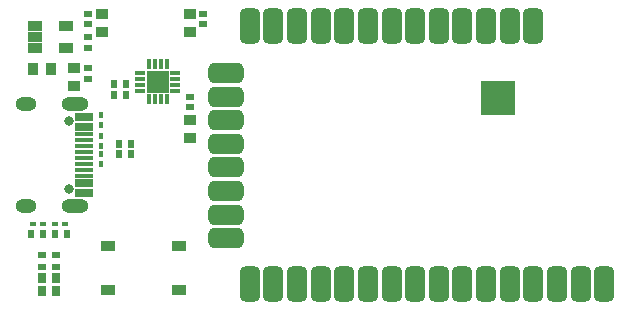
<source format=gts>
G04 Layer_Color=8388736*
%FSAX25Y25*%
%MOIN*%
G70*
G01*
G75*
%ADD45R,0.01968X0.02756*%
%ADD46R,0.04331X0.03543*%
%ADD47R,0.02756X0.02362*%
%ADD48R,0.11811X0.11811*%
G04:AMPARAMS|DCode=49|XSize=118.11mil|YSize=67.72mil|CornerRadius=18.9mil|HoleSize=0mil|Usage=FLASHONLY|Rotation=270.000|XOffset=0mil|YOffset=0mil|HoleType=Round|Shape=RoundedRectangle|*
%AMROUNDEDRECTD49*
21,1,0.11811,0.02992,0,0,270.0*
21,1,0.08031,0.06772,0,0,270.0*
1,1,0.03780,-0.01496,-0.04016*
1,1,0.03780,-0.01496,0.04016*
1,1,0.03780,0.01496,0.04016*
1,1,0.03780,0.01496,-0.04016*
%
%ADD49ROUNDEDRECTD49*%
G04:AMPARAMS|DCode=50|XSize=118.11mil|YSize=67.72mil|CornerRadius=18.9mil|HoleSize=0mil|Usage=FLASHONLY|Rotation=180.000|XOffset=0mil|YOffset=0mil|HoleType=Round|Shape=RoundedRectangle|*
%AMROUNDEDRECTD50*
21,1,0.11811,0.02992,0,0,180.0*
21,1,0.08031,0.06772,0,0,180.0*
1,1,0.03780,-0.04016,0.01496*
1,1,0.03780,0.04016,0.01496*
1,1,0.03780,0.04016,-0.01496*
1,1,0.03780,-0.04016,-0.01496*
%
%ADD50ROUNDEDRECTD50*%
%ADD51R,0.04737X0.03556*%
%ADD52R,0.05905X0.01575*%
%ADD53R,0.05905X0.02756*%
%ADD54R,0.03543X0.04331*%
%ADD55R,0.01784X0.02217*%
%ADD56R,0.02768X0.03556*%
%ADD57R,0.02756X0.01968*%
%ADD58R,0.02217X0.01784*%
%ADD59R,0.04737X0.03753*%
G04:AMPARAMS|DCode=60|XSize=33.86mil|YSize=14.57mil|CornerRadius=3.3mil|HoleSize=0mil|Usage=FLASHONLY|Rotation=270.000|XOffset=0mil|YOffset=0mil|HoleType=Round|Shape=RoundedRectangle|*
%AMROUNDEDRECTD60*
21,1,0.03386,0.00797,0,0,270.0*
21,1,0.02726,0.01457,0,0,270.0*
1,1,0.00659,-0.00399,-0.01363*
1,1,0.00659,-0.00399,0.01363*
1,1,0.00659,0.00399,0.01363*
1,1,0.00659,0.00399,-0.01363*
%
%ADD60ROUNDEDRECTD60*%
G04:AMPARAMS|DCode=61|XSize=33.86mil|YSize=14.57mil|CornerRadius=3.3mil|HoleSize=0mil|Usage=FLASHONLY|Rotation=180.000|XOffset=0mil|YOffset=0mil|HoleType=Round|Shape=RoundedRectangle|*
%AMROUNDEDRECTD61*
21,1,0.03386,0.00797,0,0,180.0*
21,1,0.02726,0.01457,0,0,180.0*
1,1,0.00659,-0.01363,0.00399*
1,1,0.00659,0.01363,0.00399*
1,1,0.00659,0.01363,-0.00399*
1,1,0.00659,-0.01363,-0.00399*
%
%ADD61ROUNDEDRECTD61*%
%ADD62R,0.07480X0.07480*%
%ADD63C,0.03150*%
%ADD64O,0.07099X0.04737*%
%ADD65O,0.09068X0.04737*%
D45*
X0139370Y0174803D02*
D03*
X0135433D02*
D03*
X0139370Y0171260D02*
D03*
X0135433D02*
D03*
X0137008Y0154724D02*
D03*
X0140945D02*
D03*
X0137008Y0151575D02*
D03*
X0140945D02*
D03*
X0119685Y0124803D02*
D03*
X0115748D02*
D03*
X0107874D02*
D03*
X0111811D02*
D03*
D46*
X0160630Y0156890D02*
D03*
Y0162795D02*
D03*
X0160630Y0192323D02*
D03*
Y0198228D02*
D03*
X0131496Y0192323D02*
D03*
Y0198228D02*
D03*
X0122047Y0174213D02*
D03*
Y0180118D02*
D03*
D47*
X0160630Y0170669D02*
D03*
Y0167126D02*
D03*
X0164961Y0194685D02*
D03*
Y0198228D02*
D03*
X0126772Y0194685D02*
D03*
Y0198228D02*
D03*
Y0186811D02*
D03*
Y0190354D02*
D03*
Y0176575D02*
D03*
Y0180118D02*
D03*
D48*
X0263386Y0170276D02*
D03*
D49*
X0298819Y0108071D02*
D03*
X0290945D02*
D03*
X0283071D02*
D03*
X0275197D02*
D03*
X0267323D02*
D03*
X0259449D02*
D03*
X0251575D02*
D03*
X0243701D02*
D03*
X0235827D02*
D03*
X0227953D02*
D03*
X0220079D02*
D03*
X0212205D02*
D03*
X0204331D02*
D03*
X0196457D02*
D03*
X0188583D02*
D03*
X0180709D02*
D03*
Y0194291D02*
D03*
X0188583Y0194291D02*
D03*
X0196457Y0194291D02*
D03*
X0204331Y0194291D02*
D03*
X0212205D02*
D03*
X0220079D02*
D03*
X0227953D02*
D03*
X0235827Y0194291D02*
D03*
X0243701Y0194291D02*
D03*
X0251575D02*
D03*
X0259449D02*
D03*
X0267323D02*
D03*
X0275197Y0194291D02*
D03*
D50*
X0172835Y0123425D02*
D03*
Y0131299D02*
D03*
Y0139173D02*
D03*
Y0147047D02*
D03*
Y0154921D02*
D03*
Y0162795D02*
D03*
Y0170669D02*
D03*
Y0178543D02*
D03*
D51*
X0109055Y0194291D02*
D03*
Y0190551D02*
D03*
Y0186811D02*
D03*
X0119291D02*
D03*
Y0194291D02*
D03*
D52*
X0125452Y0158071D02*
D03*
Y0154134D02*
D03*
Y0148228D02*
D03*
X0125452Y0144291D02*
D03*
X0125452Y0146260D02*
D03*
Y0150197D02*
D03*
Y0152165D02*
D03*
Y0156102D02*
D03*
D53*
Y0141732D02*
D03*
Y0138583D02*
D03*
Y0160630D02*
D03*
Y0163779D02*
D03*
D54*
X0108465Y0179921D02*
D03*
X0114370D02*
D03*
D55*
X0131102Y0164646D02*
D03*
Y0161339D02*
D03*
Y0157559D02*
D03*
Y0154252D02*
D03*
Y0148346D02*
D03*
Y0151654D02*
D03*
D56*
X0116142Y0105709D02*
D03*
Y0110039D02*
D03*
X0111417Y0105709D02*
D03*
Y0110039D02*
D03*
D57*
X0116142Y0113779D02*
D03*
Y0117717D02*
D03*
X0111417Y0113779D02*
D03*
Y0117717D02*
D03*
D58*
X0118976Y0128347D02*
D03*
X0115669D02*
D03*
X0108583D02*
D03*
X0111890D02*
D03*
D59*
X0133465Y0106228D02*
D03*
X0157087D02*
D03*
Y0120992D02*
D03*
X0133465D02*
D03*
D60*
X0152953Y0181378D02*
D03*
X0150984D02*
D03*
X0149016D02*
D03*
X0147047D02*
D03*
Y0169803D02*
D03*
X0149016D02*
D03*
X0150984D02*
D03*
X0152953D02*
D03*
D61*
X0155787Y0172638D02*
D03*
Y0174606D02*
D03*
Y0176575D02*
D03*
Y0178543D02*
D03*
X0144213D02*
D03*
Y0176575D02*
D03*
Y0174606D02*
D03*
Y0172638D02*
D03*
D62*
X0150000Y0175591D02*
D03*
D63*
X0120472Y0162598D02*
D03*
Y0139764D02*
D03*
D64*
X0106044Y0134153D02*
D03*
Y0168209D02*
D03*
D65*
X0122501Y0134153D02*
D03*
Y0168209D02*
D03*
M02*

</source>
